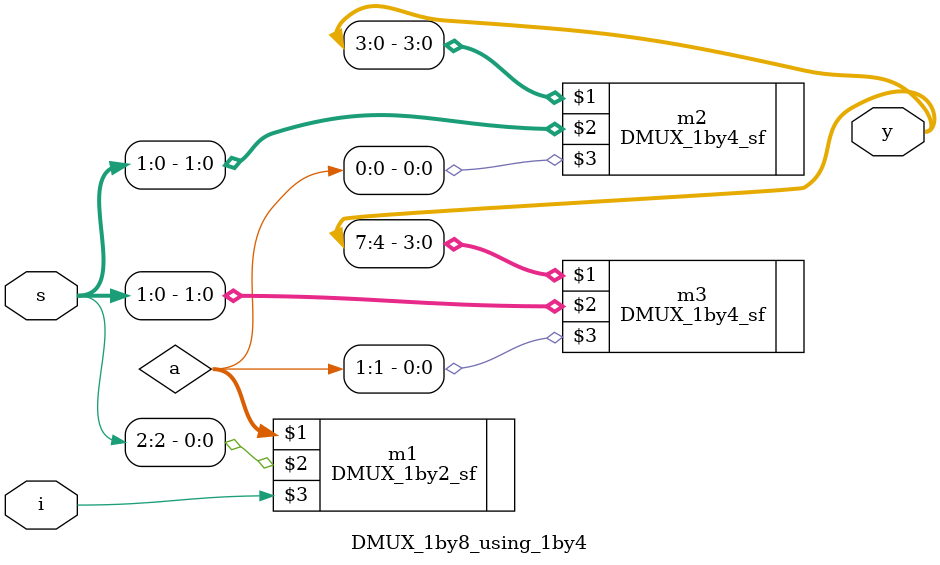
<source format=v>
`timescale 1ns / 1ps


module DMUX_1by8_using_1by4(y,s,i);
input i;
input [2:0]s;
output [7:0]y;
wire [1:0]a;

DMUX_1by2_sf m1(a[1:0],s[2],i);

DMUX_1by4_sf m2(y[3:0],s[1:0],a[0]);
DMUX_1by4_sf m3(y[7:4],s[1:0],a[1]);

endmodule

</source>
